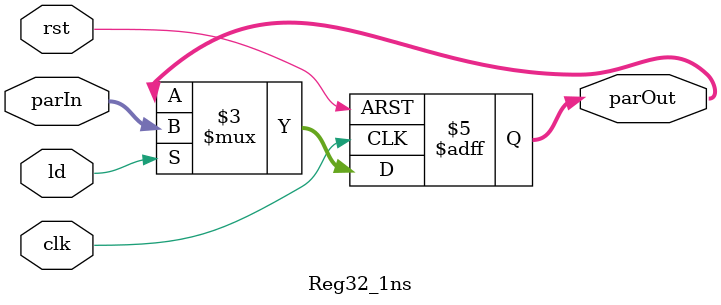
<source format=v>
`timescale 1ns/1ns
module Reg32_1ns(input clk, rst, ld, input [31:0] parIn, output reg [31:0] parOut);
    always @(posedge clk, posedge rst) begin
        #1
        if(rst) parOut = 32'b0;
        else if(ld) parOut = parIn;
        else parOut = parOut;
    end
endmodule
</source>
